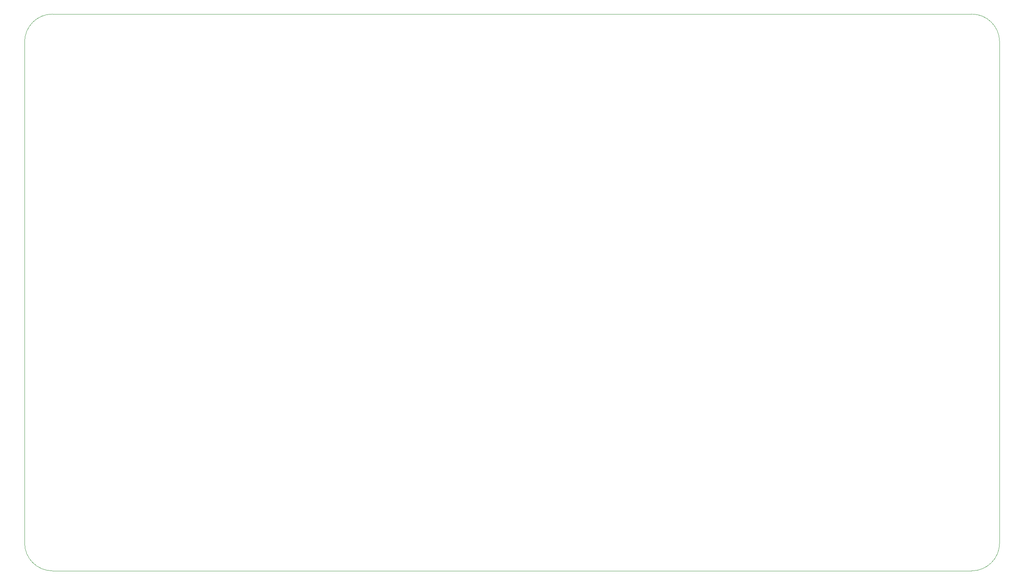
<source format=gbr>
%TF.GenerationSoftware,KiCad,Pcbnew,7.0.5*%
%TF.CreationDate,2024-09-17T03:27:59-04:00*%
%TF.ProjectId,motherboard,6d6f7468-6572-4626-9f61-72642e6b6963,rev?*%
%TF.SameCoordinates,Original*%
%TF.FileFunction,Profile,NP*%
%FSLAX46Y46*%
G04 Gerber Fmt 4.6, Leading zero omitted, Abs format (unit mm)*
G04 Created by KiCad (PCBNEW 7.0.5) date 2024-09-17 03:27:59*
%MOMM*%
%LPD*%
G01*
G04 APERTURE LIST*
%TA.AperFunction,Profile*%
%ADD10C,0.100000*%
%TD*%
G04 APERTURE END LIST*
D10*
X44450000Y-31750000D02*
X254000000Y-31750000D01*
X38100000Y-152400000D02*
X38100000Y-38100000D01*
X254000000Y-158750000D02*
X44450000Y-158750000D01*
X260350000Y-38100000D02*
X260350000Y-152400000D01*
X260350000Y-38100000D02*
G75*
G03*
X254000000Y-31750000I-6350000J0D01*
G01*
X44450000Y-31750000D02*
G75*
G03*
X38100000Y-38100000I0J-6350000D01*
G01*
X38100000Y-152400000D02*
G75*
G03*
X44450000Y-158750000I6350000J0D01*
G01*
X254000000Y-158750000D02*
G75*
G03*
X260350000Y-152400000I0J6350000D01*
G01*
M02*

</source>
